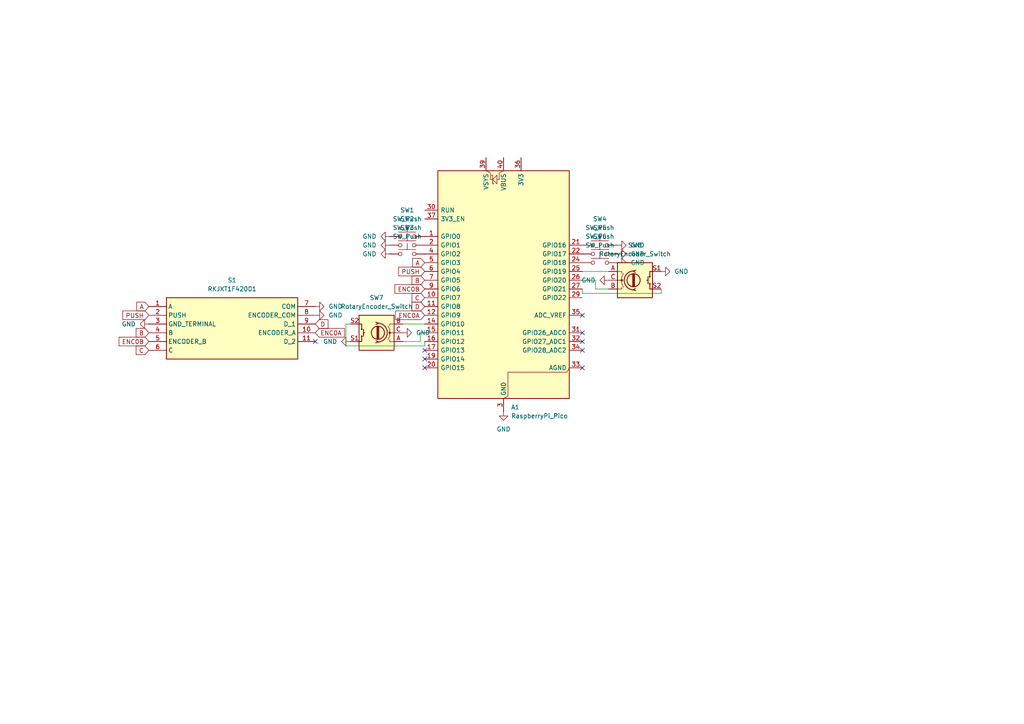
<source format=kicad_sch>
(kicad_sch (version 20250114) (generator "eeschema") (generator_version "9.0")
  (paper "A4")
  (lib_symbols
    (symbol "Device:RotaryEncoder_Switch" (pin_names (offset 0.254) (hide yes))
      (property "Reference" "SW" (at 0 6.604 0))
      (property "Value" "RotaryEncoder_Switch" (at 0 -6.604 0))
      (symbol "RotaryEncoder_Switch_0_1"
        (rectangle (start -5.08 5.08) (end 5.08 -5.08) (stroke (width 0.254)) (fill (type background)))
        (polyline (pts (xy -5.08 2.54) (xy -3.81 2.54) (xy -3.81 2.032)))
        (polyline (pts (xy -5.08 0) (xy -3.81 0) (xy -3.81 -1.016) (xy -3.302 -2.032)))
        (polyline (pts (xy -5.08 -2.54) (xy -3.81 -2.54) (xy -3.81 -2.032)))
        (polyline (pts (xy -4.318 0) (xy -3.81 0) (xy -3.81 1.016) (xy -3.302 2.032)))
        (circle (center -3.81 0) (radius 0.254) (fill (type outline)))
        (polyline (pts (xy -0.635 -1.778) (xy -0.635 1.778)) (stroke (width 0.254)))
        (circle (center -0.381 0) (radius 1.905) (stroke (width 0.254)))
        (polyline (pts (xy -0.381 -1.778) (xy -0.381 1.778)) (stroke (width 0.254)))
        (arc (start -0.381 -2.794) (mid -3.0988 -0.0635) (end -0.381 2.667) (stroke (width 0.254)))
        (polyline (pts (xy -0.127 1.778) (xy -0.127 -1.778)) (stroke (width 0.254)))
        (polyline (pts (xy 0.254 2.921) (xy -0.508 2.667) (xy 0.127 2.286)) (stroke (width 0.254)))
        (polyline (pts (xy 0.254 -3.048) (xy -0.508 -2.794) (xy 0.127 -2.413)) (stroke (width 0.254)))
        (polyline (pts (xy 3.81 1.016) (xy 3.81 -1.016)) (stroke (width 0.254)))
        (polyline (pts (xy 3.81 0) (xy 3.429 0)) (stroke (width 0.254)))
        (circle (center 4.318 1.016) (radius 0.127) (stroke (width 0.254)))
        (circle (center 4.318 -1.016) (radius 0.127) (stroke (width 0.254)))
        (polyline (pts (xy 5.08 2.54) (xy 4.318 2.54) (xy 4.318 1.016)) (stroke (width 0.254)))
        (polyline (pts (xy 5.08 -2.54) (xy 4.318 -2.54) (xy 4.318 -1.016)) (stroke (width 0.254)))
      )
      (symbol "RotaryEncoder_Switch_1_1"
        (pin passive line (at -7.62 2.54 0) (length 2.54) (name "A") (number "A"))
        (pin passive line (at -7.62 0 0) (length 2.54) (name "C") (number "C"))
        (pin passive line (at -7.62 -2.54 0) (length 2.54) (name "B") (number "B"))
        (pin passive line (at 7.62 2.54 180) (length 2.54) (name "S1") (number "S1"))
        (pin passive line (at 7.62 -2.54 180) (length 2.54) (name "S2") (number "S2"))
      )
    )
    (symbol "MCU_Module:RaspberryPi_Pico" (pin_names (offset 0.762))
      (property "Reference" "A" (at -19.05 35.56 0))
      (property "Value" "RaspberryPi_Pico" (at 7.62 35.56 0))
      (symbol "RaspberryPi_Pico_0_1"
        (rectangle (start -19.05 34.29) (end 19.05 -31.75) (stroke (width 0.254)) (fill (type background)))
        (polyline (pts (xy -5.08 34.29) (xy -3.81 33.655) (xy -3.81 31.75) (xy -3.175 31.75)))
        (polyline (pts (xy -3.429 32.766) (xy -3.429 33.02) (xy -3.175 33.02) (xy -3.175 30.48) (xy -2.921 30.48) (xy -2.921 30.734)))
        (polyline (pts (xy -3.175 31.75) (xy -1.905 33.02) (xy -1.905 30.48) (xy -3.175 31.75)))
        (polyline (pts (xy 0 34.29) (xy -1.27 33.655) (xy -1.27 31.75) (xy -1.905 31.75)))
        (polyline (pts (xy 0 -31.75) (xy 1.27 -31.115) (xy 1.27 -24.13) (xy 18.415 -24.13) (xy 19.05 -22.86)))
      )
      (symbol "RaspberryPi_Pico_1_1"
        (pin passive line (at -22.86 22.86 0) (length 3.81) (name "RUN") (number "30"))
        (pin passive line (at -22.86 20.32 0) (length 3.81) (name "3V3_EN") (number "37"))
        (pin bidirectional line (at -22.86 15.24 0) (length 3.81) (name "GPIO0") (number "1"))
        (pin bidirectional line (at -22.86 12.7 0) (length 3.81) (name "GPIO1") (number "2"))
        (pin bidirectional line (at -22.86 10.16 0) (length 3.81) (name "GPIO2") (number "4"))
        (pin bidirectional line (at -22.86 7.62 0) (length 3.81) (name "GPIO3") (number "5"))
        (pin bidirectional line (at -22.86 5.08 0) (length 3.81) (name "GPIO4") (number "6"))
        (pin bidirectional line (at -22.86 2.54 0) (length 3.81) (name "GPIO5") (number "7"))
        (pin bidirectional line (at -22.86 0 0) (length 3.81) (name "GPIO6") (number "9"))
        (pin bidirectional line (at -22.86 -2.54 0) (length 3.81) (name "GPIO7") (number "10"))
        (pin bidirectional line (at -22.86 -5.08 0) (length 3.81) (name "GPIO8") (number "11"))
        (pin bidirectional line (at -22.86 -7.62 0) (length 3.81) (name "GPIO9") (number "12"))
        (pin bidirectional line (at -22.86 -10.16 0) (length 3.81) (name "GPIO10") (number "14"))
        (pin bidirectional line (at -22.86 -12.7 0) (length 3.81) (name "GPIO11") (number "15"))
        (pin bidirectional line (at -22.86 -15.24 0) (length 3.81) (name "GPIO12") (number "16"))
        (pin bidirectional line (at -22.86 -17.78 0) (length 3.81) (name "GPIO13") (number "17"))
        (pin bidirectional line (at -22.86 -20.32 0) (length 3.81) (name "GPIO14") (number "19"))
        (pin bidirectional line (at -22.86 -22.86 0) (length 3.81) (name "GPIO15") (number "20"))
        (pin power_in line (at -5.08 38.1 270) (length 3.81) (name "VSYS") (number "39"))
        (pin power_out line (at 0 38.1 270) (length 3.81) (name "VBUS") (number "40"))
        (pin passive line (at 0 -35.56 90) (length 3.81) (hide yes) (name "GND") (number "13"))
        (pin passive line (at 0 -35.56 90) (length 3.81) (hide yes) (name "GND") (number "18"))
        (pin passive line (at 0 -35.56 90) (length 3.81) (hide yes) (name "GND") (number "23"))
        (pin passive line (at 0 -35.56 90) (length 3.81) (hide yes) (name "GND") (number "28"))
        (pin power_out line (at 0 -35.56 90) (length 3.81) (name "GND") (number "3"))
        (pin passive line (at 0 -35.56 90) (length 3.81) (hide yes) (name "GND") (number "38"))
        (pin passive line (at 0 -35.56 90) (length 3.81) (hide yes) (name "GND") (number "8"))
        (pin power_out line (at 5.08 38.1 270) (length 3.81) (name "3V3") (number "36"))
        (pin bidirectional line (at 22.86 12.7 180) (length 3.81) (name "GPIO16") (number "21"))
        (pin bidirectional line (at 22.86 10.16 180) (length 3.81) (name "GPIO17") (number "22"))
        (pin bidirectional line (at 22.86 7.62 180) (length 3.81) (name "GPIO18") (number "24"))
        (pin bidirectional line (at 22.86 5.08 180) (length 3.81) (name "GPIO19") (number "25"))
        (pin bidirectional line (at 22.86 2.54 180) (length 3.81) (name "GPIO20") (number "26"))
        (pin bidirectional line (at 22.86 0 180) (length 3.81) (name "GPIO21") (number "27"))
        (pin bidirectional line (at 22.86 -2.54 180) (length 3.81) (name "GPIO22") (number "29"))
        (pin power_in line (at 22.86 -7.62 180) (length 3.81) (name "ADC_VREF") (number "35"))
        (pin bidirectional line (at 22.86 -12.7 180) (length 3.81) (name "GPIO26_ADC0") (number "31"))
        (pin bidirectional line (at 22.86 -15.24 180) (length 3.81) (name "GPIO27_ADC1") (number "32"))
        (pin bidirectional line (at 22.86 -17.78 180) (length 3.81) (name "GPIO28_ADC2") (number "34"))
        (pin power_out line (at 22.86 -22.86 180) (length 3.81) (name "AGND") (number "33"))
      )
    )
    (symbol "RKJXT1F42001:RKJXT1F42001"
      (property "Reference" "S" (at 44.45 7.62 0))
      (property "Value" "RKJXT1F42001" (at 44.45 5.08 0))
      (symbol "RKJXT1F42001_1_1"
        (rectangle (start 5.08 2.54) (end 43.18 -15.24) (stroke (width 0.254)) (fill (type background)))
        (pin passive line (at 0 0 0) (length 5.08) (name "A") (number "1"))
        (pin passive line (at 0 -2.54 0) (length 5.08) (name "PUSH") (number "2"))
        (pin passive line (at 0 -5.08 0) (length 5.08) (name "GND_TERMINAL") (number "3"))
        (pin passive line (at 0 -7.62 0) (length 5.08) (name "B") (number "4"))
        (pin passive line (at 0 -10.16 0) (length 5.08) (name "ENCODER_B") (number "5"))
        (pin passive line (at 0 -12.7 0) (length 5.08) (name "C") (number "6"))
        (pin passive line (at 48.26 0 180) (length 5.08) (name "COM") (number "7"))
        (pin passive line (at 48.26 -2.54 180) (length 5.08) (name "ENCODER_COM") (number "8"))
        (pin passive line (at 48.26 -5.08 180) (length 5.08) (name "D_1") (number "9"))
        (pin passive line (at 48.26 -7.62 180) (length 5.08) (name "ENCODER_A") (number "10"))
        (pin passive line (at 48.26 -10.16 180) (length 5.08) (name "D_2") (number "11"))
      )
    )
    (symbol "Switch:SW_Push" (pin_numbers (hide yes)) (pin_names (offset 1.016) (hide yes))
      (property "Reference" "SW" (at 1.27 2.54 0))
      (property "Value" "SW_Push" (at 0 -1.524 0))
      (symbol "SW_Push_0_1"
        (circle (center -2.032 0) (radius 0.508))
        (polyline (pts (xy 0 1.27) (xy 0 3.048)))
        (circle (center 2.032 0) (radius 0.508))
        (polyline (pts (xy 2.54 1.27) (xy -2.54 1.27)))
        (pin passive line (at -5.08 0 0) (length 2.54) (name "1") (number "1"))
        (pin passive line (at 5.08 0 180) (length 2.54) (name "2") (number "2"))
      )
    )
    (symbol "power:GND" (power) (pin_numbers (hide yes)) (pin_names (offset 0) (hide yes))
      (property "Value" "GND" (at 0 -3.81 0))
      (symbol "GND_0_1"
        (polyline (pts (xy 0 0) (xy 0 -1.27) (xy 1.27 -1.27) (xy 0 -2.54) (xy -1.27 -1.27) (xy 0 -1.27)))
      )
      (symbol "GND_1_1"
        (pin power_in line (at 0 0 270) (length 0) (name "~") (number "1"))
      )
    )
  )
  (no_connect (at 123.19 104.14))
  (no_connect (at 123.19 101.6))
  (no_connect (at 168.91 101.6))
  (no_connect (at 168.91 96.52))
  (no_connect (at 168.91 91.44))
  (no_connect (at 123.19 106.68))
  (no_connect (at 91.44 99.06))
  (no_connect (at 168.91 106.68))
  (no_connect (at 168.91 99.06))
  (wire (pts (xy 121.92 99.06) (xy 121.92 96.52)))
  (wire (pts (xy 116.84 93.98) (xy 123.19 93.98)))
  (wire (pts (xy 172.72 81.28) (xy 168.91 81.28)))
  (wire (pts (xy 116.84 99.06) (xy 121.92 99.06)))
  (wire (pts (xy 172.72 83.82) (xy 172.72 81.28)))
  (wire (pts (xy 100.33 100.33) (xy 123.19 100.33)))
  (wire (pts (xy 101.6 93.98) (xy 100.33 93.98)))
  (wire (pts (xy 176.53 83.82) (xy 172.72 83.82)))
  (wire (pts (xy 123.19 100.33) (xy 123.19 99.06)))
  (wire (pts (xy 168.91 78.74) (xy 176.53 78.74)))
  (wire (pts (xy 121.92 96.52) (xy 123.19 96.52)))
  (wire (pts (xy 191.77 85.09) (xy 168.91 85.09)))
  (wire (pts (xy 168.91 85.09) (xy 168.91 83.82)))
  (wire (pts (xy 191.77 83.82) (xy 191.77 85.09)))
  (wire (pts (xy 100.33 93.98) (xy 100.33 100.33)))
  (global_label "C" (shape input) (at 123.19 86.36 180) (property "Intersheetrefs" "${INTERSHEET_REFS}" (effects (hide yes))))
  (global_label "A" (shape input) (at 123.19 76.2 180) (property "Intersheetrefs" "${INTERSHEET_REFS}" (effects (hide yes))))
  (global_label "ENC0B" (shape input) (at 123.19 83.82 180) (property "Intersheetrefs" "${INTERSHEET_REFS}" (effects (hide yes))))
  (global_label "B" (shape input) (at 43.18 96.52 180) (property "Intersheetrefs" "${INTERSHEET_REFS}" (effects (hide yes))))
  (global_label "D" (shape input) (at 91.44 93.98 0) (property "Intersheetrefs" "${INTERSHEET_REFS}" (effects (hide yes))))
  (global_label "C" (shape input) (at 43.18 101.6 180) (property "Intersheetrefs" "${INTERSHEET_REFS}" (effects (hide yes))))
  (global_label "D" (shape input) (at 123.19 88.9 180) (property "Intersheetrefs" "${INTERSHEET_REFS}" (effects (hide yes))))
  (global_label "ENC0B" (shape input) (at 43.18 99.06 180) (property "Intersheetrefs" "${INTERSHEET_REFS}" (effects (hide yes))))
  (global_label "A" (shape input) (at 43.18 88.9 180) (property "Intersheetrefs" "${INTERSHEET_REFS}" (effects (hide yes))))
  (global_label "B" (shape input) (at 123.19 81.28 180) (property "Intersheetrefs" "${INTERSHEET_REFS}" (effects (hide yes))))
  (global_label "PUSH" (shape input) (at 43.18 91.44 180) (property "Intersheetrefs" "${INTERSHEET_REFS}" (effects (hide yes))))
  (global_label "ENC0A" (shape input) (at 91.44 96.52 0) (property "Intersheetrefs" "${INTERSHEET_REFS}" (effects (hide yes))))
  (global_label "PUSH" (shape input) (at 123.19 78.74 180) (property "Intersheetrefs" "${INTERSHEET_REFS}" (effects (hide yes))))
  (global_label "ENC0A" (shape input) (at 123.19 91.44 180) (property "Intersheetrefs" "${INTERSHEET_REFS}" (effects (hide yes))))
  (symbol (lib_id "power:GND") (at 179.07 76.2 90) (unit 1)
    (property "Reference" "#PWR06" (effects (hide yes)))
    (property "Value" "GND" (at 182.88 76.1999 90) (effects (justify right)))
    (property "Description" "Power symbol creates a global label with name \"GND\" , ground" (effects (hide yes)))
  )
  (symbol (lib_id "power:GND") (at 91.44 88.9 90) (unit 1)
    (property "Reference" "#PWR09" (effects (hide yes)))
    (property "Value" "GND" (at 95.25 88.8999 90) (effects (justify right)))
    (property "Description" "Power symbol creates a global label with name \"GND\" , ground" (effects (hide yes)))
  )
  (symbol (lib_id "power:GND") (at 176.53 81.28 270) (unit 1)
    (property "Reference" "#PWR011" (effects (hide yes)))
    (property "Value" "GND" (at 172.72 81.2799 90) (effects (justify right)))
    (property "Description" "Power symbol creates a global label with name \"GND\" , ground" (effects (hide yes)))
  )
  (symbol (lib_id "power:GND") (at 113.03 68.58 270) (unit 1)
    (property "Reference" "#PWR01" (effects (hide yes)))
    (property "Value" "GND" (at 109.22 68.5799 90) (effects (justify right)))
    (property "Description" "Power symbol creates a global label with name \"GND\" , ground" (effects (hide yes)))
  )
  (symbol (lib_id "power:GND") (at 113.03 71.12 270) (unit 1)
    (property "Reference" "#PWR02" (effects (hide yes)))
    (property "Value" "GND" (at 109.22 71.1199 90) (effects (justify right)))
    (property "Description" "Power symbol creates a global label with name \"GND\" , ground" (effects (hide yes)))
  )
  (symbol (lib_id "Device:RotaryEncoder_Switch") (at 109.22 96.52 180) (unit 1)
    (property "Reference" "SW7" (at 109.22 86.36 0))
    (property "Value" "RotaryEncoder_Switch" (at 109.22 88.9 0))
    (property "Footprint" "Rotary_Encoder:RotaryEncoder_Alps_EC11E-Switch_Vertical_H20mm_MountingHoles" (effects (hide yes)))
    (property "Description" "Rotary encoder, dual channel, incremental quadrate outputs, with switch" (effects (hide yes)))
  )
  (symbol (lib_id "power:GND") (at 179.07 71.12 90) (unit 1)
    (property "Reference" "#PWR04" (effects (hide yes)))
    (property "Value" "GND" (at 182.88 71.1199 90) (effects (justify right)))
    (property "Description" "Power symbol creates a global label with name \"GND\" , ground" (effects (hide yes)))
  )
  (symbol (lib_id "Switch:SW_Push") (at 173.99 73.66 0) (unit 1)
    (property "Reference" "SW5" (at 173.99 66.04 0))
    (property "Value" "SW_Push" (at 173.99 68.58 0))
    (property "Footprint" "Button_Switch_Keyboard:SW_Cherry_MX_1.00u_PCB" (effects (hide yes)))
    (property "Description" "Push button switch, generic, two pins" (effects (hide yes)))
  )
  (symbol (lib_id "power:GND") (at 43.18 93.98 270) (unit 1)
    (property "Reference" "#PWR07" (effects (hide yes)))
    (property "Value" "GND" (at 39.37 93.9799 90) (effects (justify right)))
    (property "Description" "Power symbol creates a global label with name \"GND\" , ground" (effects (hide yes)))
  )
  (symbol (lib_id "RKJXT1F42001:RKJXT1F42001") (at 43.18 88.9 0) (unit 1)
    (property "Reference" "S1" (at 67.31 81.28 0))
    (property "Value" "RKJXT1F42001" (at 67.31 83.82 0))
    (property "Footprint" "KiCad:RKJXT1F42001" (effects (hide yes)))
    (property "Datasheet" "http://www.alps.com/prod/info/E/HTML/MultiControl/Switch/RKJXT/RKJXT1F42001.html" (effects (hide yes)))
    (property "Description" "Multi-Directional Switches 4 drectnl swtch cntr push w/ an encoder" (effects (hide yes)))
    (property "Height" "17" (effects (hide yes)))
    (property "Manufacturer_Name" "ALPS Electric" (effects (hide yes)))
    (property "Manufacturer_Part_Number" "RKJXT1F42001" (effects (hide yes)))
    (property "Mouser Part Number" "688-RKJXT1F42001" (effects (hide yes)))
    (property "Mouser Price/Stock" "https://www.mouser.co.uk/ProductDetail/Alps-Alpine/RKJXT1F42001?qs=6EGMNY9ZYDTsBzSTrhiL0w%3D%3D" (effects (hide yes)))
  )
  (symbol (lib_id "power:GND") (at 116.84 96.52 90) (unit 1)
    (property "Reference" "#PWR010" (effects (hide yes)))
    (property "Value" "GND" (at 120.65 96.5199 90) (effects (justify right)))
    (property "Description" "Power symbol creates a global label with name \"GND\" , ground" (effects (hide yes)))
  )
  (symbol (lib_id "power:GND") (at 146.05 119.38 0) (unit 1)
    (property "Reference" "#PWR014" (effects (hide yes)))
    (property "Value" "GND" (at 146.05 124.46 0))
    (property "Description" "Power symbol creates a global label with name \"GND\" , ground" (effects (hide yes)))
  )
  (symbol (lib_id "power:GND") (at 179.07 73.66 90) (unit 1)
    (property "Reference" "#PWR05" (effects (hide yes)))
    (property "Value" "GND" (at 182.88 73.6599 90) (effects (justify right)))
    (property "Description" "Power symbol creates a global label with name \"GND\" , ground" (effects (hide yes)))
  )
  (symbol (lib_id "Device:RotaryEncoder_Switch") (at 184.15 81.28 0) (unit 1)
    (property "Reference" "SW8" (at 184.15 71.12 0))
    (property "Value" "RotaryEncoder_Switch" (at 184.15 73.66 0))
    (property "Footprint" "Rotary_Encoder:RotaryEncoder_Alps_EC11E-Switch_Vertical_H20mm_MountingHoles" (effects (hide yes)))
    (property "Description" "Rotary encoder, dual channel, incremental quadrate outputs, with switch" (effects (hide yes)))
  )
  (symbol (lib_id "Switch:SW_Push") (at 118.11 73.66 0) (unit 1)
    (property "Reference" "SW3" (at 118.11 66.04 0))
    (property "Value" "SW_Push" (at 118.11 68.58 0))
    (property "Footprint" "Button_Switch_Keyboard:SW_Cherry_MX_1.00u_PCB" (effects (hide yes)))
    (property "Description" "Push button switch, generic, two pins" (effects (hide yes)))
  )
  (symbol (lib_id "power:GND") (at 91.44 91.44 90) (unit 1)
    (property "Reference" "#PWR08" (effects (hide yes)))
    (property "Value" "GND" (at 95.25 91.4399 90) (effects (justify right)))
    (property "Description" "Power symbol creates a global label with name \"GND\" , ground" (effects (hide yes)))
  )
  (symbol (lib_id "Switch:SW_Push") (at 118.11 71.12 0) (unit 1)
    (property "Reference" "SW2" (at 118.11 63.5 0))
    (property "Value" "SW_Push" (at 118.11 66.04 0))
    (property "Footprint" "Button_Switch_Keyboard:SW_Cherry_MX_1.00u_PCB" (effects (hide yes)))
    (property "Description" "Push button switch, generic, two pins" (effects (hide yes)))
  )
  (symbol (lib_id "power:GND") (at 191.77 78.74 90) (unit 1)
    (property "Reference" "#PWR013" (effects (hide yes)))
    (property "Value" "GND" (at 195.58 78.7399 90) (effects (justify right)))
    (property "Description" "Power symbol creates a global label with name \"GND\" , ground" (effects (hide yes)))
  )
  (symbol (lib_id "Switch:SW_Push") (at 118.11 68.58 0) (unit 1)
    (property "Reference" "SW1" (at 118.11 60.96 0))
    (property "Value" "SW_Push" (at 118.11 63.5 0))
    (property "Footprint" "Button_Switch_Keyboard:SW_Cherry_MX_1.00u_PCB" (effects (hide yes)))
    (property "Description" "Push button switch, generic, two pins" (effects (hide yes)))
  )
  (symbol (lib_id "power:GND") (at 101.6 99.06 270) (unit 1)
    (property "Reference" "#PWR012" (effects (hide yes)))
    (property "Value" "GND" (at 97.79 99.0599 90) (effects (justify right)))
    (property "Description" "Power symbol creates a global label with name \"GND\" , ground" (effects (hide yes)))
  )
  (symbol (lib_id "MCU_Module:RaspberryPi_Pico") (at 146.05 83.82 0) (unit 1)
    (property "Reference" "A1" (at 148.1933 118.11 0) (effects (justify left)))
    (property "Value" "RaspberryPi_Pico" (at 148.1933 120.65 0) (effects (justify left)))
    (property "Footprint" "Module:RaspberryPi_Pico_Common_Unspecified" (effects (hide yes)))
    (property "Datasheet" "https://datasheets.raspberrypi.com/pico/pico-datasheet.pdf" (effects (hide yes)))
    (property "Description" "Versatile and inexpensive microcontroller module powered by RP2040 dual-core Arm Cortex-M0+ processor up to 133 MHz, 264kB SRAM, 2MB QSPI flash; also supports Raspberry Pi Pico 2" (effects (hide yes)))
  )
  (symbol (lib_id "power:GND") (at 113.03 73.66 270) (unit 1)
    (property "Reference" "#PWR03" (effects (hide yes)))
    (property "Value" "GND" (at 109.22 73.6599 90) (effects (justify right)))
    (property "Description" "Power symbol creates a global label with name \"GND\" , ground" (effects (hide yes)))
  )
  (symbol (lib_id "Switch:SW_Push") (at 173.99 71.12 0) (unit 1)
    (property "Reference" "SW4" (at 173.99 63.5 0))
    (property "Value" "SW_Push" (at 173.99 66.04 0))
    (property "Footprint" "Button_Switch_Keyboard:SW_Cherry_MX_1.00u_PCB" (effects (hide yes)))
    (property "Description" "Push button switch, generic, two pins" (effects (hide yes)))
  )
  (symbol (lib_id "Switch:SW_Push") (at 173.99 76.2 0) (unit 1)
    (property "Reference" "SW6" (at 173.99 68.58 0))
    (property "Value" "SW_Push" (at 173.99 71.12 0))
    (property "Footprint" "Button_Switch_Keyboard:SW_Cherry_MX_1.00u_PCB" (effects (hide yes)))
    (property "Description" "Push button switch, generic, two pins" (effects (hide yes)))
  )
)
</source>
